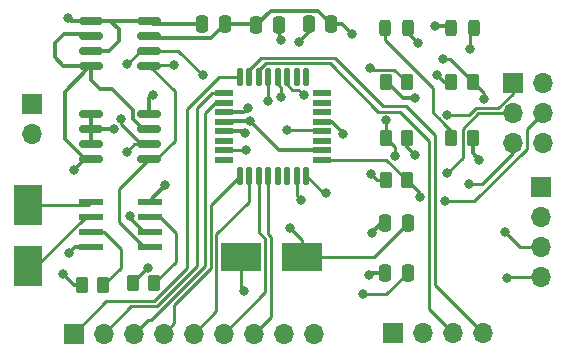
<source format=gtl>
%TF.GenerationSoftware,KiCad,Pcbnew,7.0.5*%
%TF.CreationDate,2024-03-10T01:27:25+05:30*%
%TF.ProjectId,mcu datalogger,6d637520-6461-4746-916c-6f676765722e,1*%
%TF.SameCoordinates,Original*%
%TF.FileFunction,Copper,L1,Top*%
%TF.FilePolarity,Positive*%
%FSLAX46Y46*%
G04 Gerber Fmt 4.6, Leading zero omitted, Abs format (unit mm)*
G04 Created by KiCad (PCBNEW 7.0.5) date 2024-03-10 01:27:25*
%MOMM*%
%LPD*%
G01*
G04 APERTURE LIST*
G04 Aperture macros list*
%AMRoundRect*
0 Rectangle with rounded corners*
0 $1 Rounding radius*
0 $2 $3 $4 $5 $6 $7 $8 $9 X,Y pos of 4 corners*
0 Add a 4 corners polygon primitive as box body*
4,1,4,$2,$3,$4,$5,$6,$7,$8,$9,$2,$3,0*
0 Add four circle primitives for the rounded corners*
1,1,$1+$1,$2,$3*
1,1,$1+$1,$4,$5*
1,1,$1+$1,$6,$7*
1,1,$1+$1,$8,$9*
0 Add four rect primitives between the rounded corners*
20,1,$1+$1,$2,$3,$4,$5,0*
20,1,$1+$1,$4,$5,$6,$7,0*
20,1,$1+$1,$6,$7,$8,$9,0*
20,1,$1+$1,$8,$9,$2,$3,0*%
G04 Aperture macros list end*
%TA.AperFunction,SMDPad,CuDef*%
%ADD10RoundRect,0.250000X-0.262500X-0.450000X0.262500X-0.450000X0.262500X0.450000X-0.262500X0.450000X0*%
%TD*%
%TA.AperFunction,SMDPad,CuDef*%
%ADD11RoundRect,0.150000X-0.825000X-0.150000X0.825000X-0.150000X0.825000X0.150000X-0.825000X0.150000X0*%
%TD*%
%TA.AperFunction,SMDPad,CuDef*%
%ADD12R,3.500000X2.400000*%
%TD*%
%TA.AperFunction,SMDPad,CuDef*%
%ADD13RoundRect,0.038500X-0.696500X-0.236500X0.696500X-0.236500X0.696500X0.236500X-0.696500X0.236500X0*%
%TD*%
%TA.AperFunction,SMDPad,CuDef*%
%ADD14RoundRect,0.099000X-0.176000X-0.636000X0.176000X-0.636000X0.176000X0.636000X-0.176000X0.636000X0*%
%TD*%
%TA.AperFunction,SMDPad,CuDef*%
%ADD15RoundRect,0.250000X-0.250000X-0.475000X0.250000X-0.475000X0.250000X0.475000X-0.250000X0.475000X0*%
%TD*%
%TA.AperFunction,SMDPad,CuDef*%
%ADD16RoundRect,0.041300X-0.943700X-0.253700X0.943700X-0.253700X0.943700X0.253700X-0.943700X0.253700X0*%
%TD*%
%TA.AperFunction,ComponentPad*%
%ADD17R,1.700000X1.700000*%
%TD*%
%TA.AperFunction,ComponentPad*%
%ADD18O,1.700000X1.700000*%
%TD*%
%TA.AperFunction,SMDPad,CuDef*%
%ADD19R,2.400000X3.500000*%
%TD*%
%TA.AperFunction,SMDPad,CuDef*%
%ADD20RoundRect,0.243750X-0.243750X-0.456250X0.243750X-0.456250X0.243750X0.456250X-0.243750X0.456250X0*%
%TD*%
%TA.AperFunction,ViaPad*%
%ADD21C,0.800000*%
%TD*%
%TA.AperFunction,Conductor*%
%ADD22C,0.250000*%
%TD*%
%TA.AperFunction,Conductor*%
%ADD23C,0.350000*%
%TD*%
G04 APERTURE END LIST*
D10*
%TO.P,R3,1*%
%TO.N,/Vcc*%
X110434700Y-90775200D03*
%TO.P,R3,2*%
%TO.N,Net-(U2-~{INTA})*%
X112259700Y-90775200D03*
%TD*%
D11*
%TO.P,U3,1,A0*%
%TO.N,/Vcc*%
X111223200Y-68372400D03*
%TO.P,U3,2,A1*%
%TO.N,GND*%
X111223200Y-69642400D03*
%TO.P,U3,3,A2*%
%TO.N,/Vcc*%
X111223200Y-70912400D03*
%TO.P,U3,4,GND*%
%TO.N,GND*%
X111223200Y-72182400D03*
%TO.P,U3,5,SDA*%
%TO.N,/SDA*%
X116173200Y-72182400D03*
%TO.P,U3,6,SCL*%
%TO.N,/SCL*%
X116173200Y-70912400D03*
%TO.P,U3,7,WP*%
%TO.N,GND*%
X116173200Y-69642400D03*
%TO.P,U3,8,VCC*%
%TO.N,/Vcc*%
X116173200Y-68372400D03*
%TD*%
D12*
%TO.P,Y2,1,1*%
%TO.N,Net-(U4-PB7)*%
X123927200Y-88362200D03*
%TO.P,Y2,2,2*%
%TO.N,Net-(U4-PB6)*%
X129127200Y-88362200D03*
%TD*%
D10*
%TO.P,R4,1*%
%TO.N,/Vcc*%
X114752700Y-90622800D03*
%TO.P,R4,2*%
%TO.N,Net-(U2-SQW{slash}~INT)*%
X116577700Y-90622800D03*
%TD*%
D13*
%TO.P,U4,1,PD3*%
%TO.N,/D3*%
X122468000Y-74538600D03*
%TO.P,U4,2,PD4*%
%TO.N,/D4*%
X122468000Y-75338600D03*
%TO.P,U4,3,GND*%
%TO.N,GND*%
X122468000Y-76138600D03*
%TO.P,U4,4,VCC*%
%TO.N,/Vcc*%
X122468000Y-76938600D03*
%TO.P,U4,5,GND*%
%TO.N,GND*%
X122468000Y-77738600D03*
%TO.P,U4,6,VCC*%
%TO.N,unconnected-(U4-VCC-Pad6)*%
X122468000Y-78538600D03*
%TO.P,U4,7,PB6*%
%TO.N,Net-(U4-PB6)*%
X122468000Y-79338600D03*
%TO.P,U4,8,PB7*%
%TO.N,Net-(U4-PB7)*%
X122468000Y-80138600D03*
D14*
%TO.P,U4,9,PD5*%
%TO.N,/D5*%
X123838000Y-81508600D03*
%TO.P,U4,10,PD6*%
%TO.N,/D6*%
X124638000Y-81508600D03*
%TO.P,U4,11,PD7*%
%TO.N,/D7*%
X125438000Y-81508600D03*
%TO.P,U4,12,PB0*%
%TO.N,/D8*%
X126238000Y-81508600D03*
%TO.P,U4,13,PB1*%
%TO.N,unconnected-(U4-PB1-Pad13)*%
X127038000Y-81508600D03*
%TO.P,U4,14,PB2*%
%TO.N,unconnected-(U4-PB2-Pad14)*%
X127838000Y-81508600D03*
%TO.P,U4,15,PB3*%
%TO.N,/MOSI*%
X128638000Y-81508600D03*
%TO.P,U4,16,PB4*%
%TO.N,/MISO*%
X129438000Y-81508600D03*
D13*
%TO.P,U4,17,PB5*%
%TO.N,/SCK*%
X130808000Y-80138600D03*
%TO.P,U4,18,AVCC*%
%TO.N,/Vcc*%
X130808000Y-79338600D03*
%TO.P,U4,19,ADC6*%
%TO.N,unconnected-(U4-ADC6-Pad19)*%
X130808000Y-78538600D03*
%TO.P,U4,20,AREF*%
%TO.N,Net-(U4-AREF)*%
X130808000Y-77738600D03*
%TO.P,U4,21,GND*%
%TO.N,GND*%
X130808000Y-76938600D03*
%TO.P,U4,22,ADC7*%
%TO.N,unconnected-(U4-ADC7-Pad22)*%
X130808000Y-76138600D03*
%TO.P,U4,23,PC0*%
%TO.N,unconnected-(U4-PC0-Pad23)*%
X130808000Y-75338600D03*
%TO.P,U4,24,PC1*%
%TO.N,unconnected-(U4-PC1-Pad24)*%
X130808000Y-74538600D03*
D14*
%TO.P,U4,25,PC2*%
%TO.N,unconnected-(U4-PC2-Pad25)*%
X129438000Y-73168600D03*
%TO.P,U4,26,PC3*%
%TO.N,unconnected-(U4-PC3-Pad26)*%
X128638000Y-73168600D03*
%TO.P,U4,27,PC4*%
%TO.N,/SDA*%
X127838000Y-73168600D03*
%TO.P,U4,28,PC5*%
%TO.N,/SCL*%
X127038000Y-73168600D03*
%TO.P,U4,29,PC6/~{RESET}*%
%TO.N,/RST*%
X126238000Y-73168600D03*
%TO.P,U4,30,PD0*%
%TO.N,/RX*%
X125438000Y-73168600D03*
%TO.P,U4,31,PD1*%
%TO.N,/TX*%
X124638000Y-73168600D03*
%TO.P,U4,32,PD2*%
%TO.N,/D2*%
X123838000Y-73168600D03*
%TD*%
D15*
%TO.P,C3,1*%
%TO.N,GND*%
X136127400Y-89708400D03*
%TO.P,C3,2*%
%TO.N,Net-(U4-PB7)*%
X138027400Y-89708400D03*
%TD*%
D16*
%TO.P,U2,1,X1*%
%TO.N,Net-(U2-X1)*%
X111234400Y-83739400D03*
%TO.P,U2,2,X2*%
%TO.N,Net-(U2-X2)*%
X111234400Y-85009400D03*
%TO.P,U2,3,~{INTA}*%
%TO.N,Net-(U2-~{INTA})*%
X111234400Y-86279400D03*
%TO.P,U2,4,GND*%
%TO.N,GND*%
X111234400Y-87549400D03*
%TO.P,U2,5,SDA*%
%TO.N,/SDA*%
X116184400Y-87549400D03*
%TO.P,U2,6,SCL*%
%TO.N,/SCL*%
X116184400Y-86279400D03*
%TO.P,U2,7,SQW/~INT*%
%TO.N,Net-(U2-SQW{slash}~INT)*%
X116184400Y-85009400D03*
%TO.P,U2,8,VCC*%
%TO.N,/Vcc*%
X116184400Y-83739400D03*
%TD*%
D10*
%TO.P,R7,1*%
%TO.N,Net-(D2-K)*%
X141751000Y-78278400D03*
%TO.P,R7,2*%
%TO.N,GND*%
X143576000Y-78278400D03*
%TD*%
D17*
%TO.P,J1,1,Pin_1*%
%TO.N,GND*%
X149326600Y-82448400D03*
D18*
%TO.P,J1,2,Pin_2*%
%TO.N,/Vcc*%
X149326600Y-84988400D03*
%TO.P,J1,3,Pin_3*%
%TO.N,/SDA*%
X149326600Y-87528400D03*
%TO.P,J1,4,Pin_4*%
%TO.N,/SCL*%
X149326600Y-90068400D03*
%TD*%
D17*
%TO.P,J2,1,Pin_1*%
%TO.N,/D2*%
X109778800Y-94869000D03*
D18*
%TO.P,J2,2,Pin_2*%
%TO.N,/D3*%
X112318800Y-94869000D03*
%TO.P,J2,3,Pin_3*%
%TO.N,/D4*%
X114858800Y-94869000D03*
%TO.P,J2,4,Pin_4*%
%TO.N,/D5*%
X117398800Y-94869000D03*
%TO.P,J2,5,Pin_5*%
%TO.N,/D6*%
X119938800Y-94869000D03*
%TO.P,J2,6,Pin_6*%
%TO.N,/D7*%
X122478800Y-94869000D03*
%TO.P,J2,7,Pin_7*%
%TO.N,/D8*%
X125018800Y-94869000D03*
%TO.P,J2,8,Pin_8*%
%TO.N,GND*%
X127558800Y-94869000D03*
%TO.P,J2,9,Pin_9*%
%TO.N,/Vcc*%
X130098800Y-94869000D03*
%TD*%
D17*
%TO.P,J3,1,Pin_1*%
%TO.N,GND*%
X136804400Y-94843600D03*
D18*
%TO.P,J3,2,Pin_2*%
%TO.N,/Vcc*%
X139344400Y-94843600D03*
%TO.P,J3,3,Pin_3*%
%TO.N,/RX*%
X141884400Y-94843600D03*
%TO.P,J3,4,Pin_4*%
%TO.N,/TX*%
X144424400Y-94843600D03*
%TD*%
D17*
%TO.P,J4,1,Pin_1*%
%TO.N,/MISO*%
X146939000Y-73685400D03*
D18*
%TO.P,J4,2,Pin_2*%
%TO.N,/Vcc*%
X149479000Y-73685400D03*
%TO.P,J4,3,Pin_3*%
%TO.N,/SCK*%
X146939000Y-76225400D03*
%TO.P,J4,4,Pin_4*%
%TO.N,/MOSI*%
X149479000Y-76225400D03*
%TO.P,J4,5,Pin_5*%
%TO.N,/RST*%
X146939000Y-78765400D03*
%TO.P,J4,6,Pin_6*%
%TO.N,GND*%
X149479000Y-78765400D03*
%TD*%
D15*
%TO.P,C1,1*%
%TO.N,/Vcc*%
X129675800Y-68677200D03*
%TO.P,C1,2*%
%TO.N,GND*%
X131575800Y-68677200D03*
%TD*%
D17*
%TO.P,BT1,1,+*%
%TO.N,/Vcc*%
X106197400Y-75407600D03*
D18*
%TO.P,BT1,2,-*%
%TO.N,GND*%
X106197400Y-77947600D03*
%TD*%
D10*
%TO.P,R1,1*%
%TO.N,/Vcc*%
X136164900Y-73604800D03*
%TO.P,R1,2*%
%TO.N,/SCL*%
X137989900Y-73604800D03*
%TD*%
D15*
%TO.P,C4,1*%
%TO.N,GND*%
X125230800Y-68728000D03*
%TO.P,C4,2*%
%TO.N,Net-(U4-AREF)*%
X127130800Y-68728000D03*
%TD*%
D19*
%TO.P,Y1,1,1*%
%TO.N,Net-(U2-X2)*%
X105867200Y-89188600D03*
%TO.P,Y1,2,2*%
%TO.N,Net-(U2-X1)*%
X105867200Y-83988600D03*
%TD*%
D10*
%TO.P,R2,1*%
%TO.N,/Vcc*%
X141751000Y-73528600D03*
%TO.P,R2,2*%
%TO.N,/SDA*%
X143576000Y-73528600D03*
%TD*%
D20*
%TO.P,D1,1,K*%
%TO.N,GND*%
X141746000Y-69032800D03*
%TO.P,D1,2,A*%
%TO.N,Net-(D1-A)*%
X143621000Y-69032800D03*
%TD*%
D10*
%TO.P,R6,1*%
%TO.N,/RST*%
X136164900Y-78278400D03*
%TO.P,R6,2*%
%TO.N,/Vcc*%
X137989900Y-78278400D03*
%TD*%
D15*
%TO.P,C2,1*%
%TO.N,GND*%
X136127400Y-85542800D03*
%TO.P,C2,2*%
%TO.N,Net-(U4-PB6)*%
X138027400Y-85542800D03*
%TD*%
D11*
%TO.P,U1,1,A0*%
%TO.N,/Vcc*%
X111223200Y-76297200D03*
%TO.P,U1,2,A1*%
X111223200Y-77567200D03*
%TO.P,U1,3,A2*%
X111223200Y-78837200D03*
%TO.P,U1,4,GND*%
%TO.N,GND*%
X111223200Y-80107200D03*
%TO.P,U1,5,SDA*%
%TO.N,/SDA*%
X116173200Y-80107200D03*
%TO.P,U1,6,SCL*%
%TO.N,/SCL*%
X116173200Y-78837200D03*
%TO.P,U1,7,WP*%
%TO.N,GND*%
X116173200Y-77567200D03*
%TO.P,U1,8,VCC*%
%TO.N,/Vcc*%
X116173200Y-76297200D03*
%TD*%
D20*
%TO.P,D2,1,K*%
%TO.N,Net-(D2-K)*%
X136159900Y-69032800D03*
%TO.P,D2,2,A*%
%TO.N,/Vcc*%
X138034900Y-69032800D03*
%TD*%
D10*
%TO.P,R5,1*%
%TO.N,Net-(D1-A)*%
X136164900Y-81885200D03*
%TO.P,R5,2*%
%TO.N,/SCK*%
X137989900Y-81885200D03*
%TD*%
D15*
%TO.P,C5,1*%
%TO.N,/Vcc*%
X120633400Y-68677200D03*
%TO.P,C5,2*%
%TO.N,GND*%
X122533400Y-68677200D03*
%TD*%
D21*
%TO.N,/SCL*%
X113805500Y-76663000D03*
X114313500Y-72065600D03*
%TO.N,/Vcc*%
X128867700Y-70160600D03*
X109309700Y-68154000D03*
X140500900Y-72954600D03*
X116015300Y-89286800D03*
X108827100Y-89794800D03*
X117488500Y-82327200D03*
X138900700Y-70287600D03*
X138621300Y-74910400D03*
X138621300Y-79711000D03*
%TO.N,GND*%
X124295700Y-77907600D03*
%TO.N,/Vcc*%
X124702100Y-76866200D03*
X116472500Y-74656400D03*
X113145100Y-77552000D03*
%TO.N,GND*%
X144107700Y-80142800D03*
X124524300Y-75799400D03*
X132576100Y-77933000D03*
X134989100Y-86315000D03*
X134735100Y-89871000D03*
X140373900Y-68789000D03*
X133312700Y-69474800D03*
X109817700Y-81006400D03*
X109335100Y-88067600D03*
%TO.N,/SCL*%
X114516700Y-84892600D03*
X114262700Y-79482400D03*
X120688900Y-73005400D03*
X127318300Y-74859600D03*
%TO.N,/SDA*%
X118250500Y-72141800D03*
%TO.N,/SCL*%
X146469900Y-90201200D03*
X134887500Y-72421200D03*
%TO.N,/SDA*%
X129223300Y-74707200D03*
X141059700Y-71583000D03*
X144514100Y-74986600D03*
X146292100Y-86289600D03*
%TO.N,Net-(D1-A)*%
X143320300Y-70770200D03*
X134912900Y-81387400D03*
%TO.N,/MISO*%
X131102900Y-82987600D03*
X141389900Y-76358200D03*
%TO.N,/MOSI*%
X128994700Y-83521000D03*
X141237500Y-83673400D03*
%TO.N,/SCK*%
X139053100Y-83267000D03*
X141364500Y-81285800D03*
%TO.N,Net-(U4-PB6)*%
X128105700Y-85908600D03*
X124371900Y-79355400D03*
%TO.N,Net-(U4-AREF)*%
X127800900Y-77653600D03*
X127292900Y-69982800D03*
%TO.N,/RST*%
X136944900Y-79838000D03*
X143269500Y-82174800D03*
X126187200Y-75209400D03*
X136194800Y-76809600D03*
%TO.N,Net-(U4-PB7)*%
X124155200Y-91236800D03*
X134289800Y-91490800D03*
%TD*%
D22*
%TO.N,/SCL*%
X113805500Y-77145600D02*
X115497100Y-78837200D01*
X115497100Y-78837200D02*
X115725738Y-78837200D01*
X113805500Y-76663000D02*
X113805500Y-77145600D01*
D23*
%TO.N,/Vcc*%
X113576900Y-69109000D02*
X112840300Y-68372400D01*
X112748900Y-70912400D02*
X113576900Y-70084400D01*
X113576900Y-70084400D02*
X113576900Y-69109000D01*
X111223200Y-70912400D02*
X112748900Y-70912400D01*
X116173200Y-68372400D02*
X111223200Y-68372400D01*
D22*
%TO.N,/SCL*%
X115441300Y-70912400D02*
X114313500Y-72040200D01*
X116173200Y-70912400D02*
X115441300Y-70912400D01*
D23*
%TO.N,GND*%
X111223200Y-73420300D02*
X111223200Y-72182400D01*
X111976700Y-74173800D02*
X111223200Y-73420300D01*
X114773200Y-75979700D02*
X112967300Y-74173800D01*
X114773200Y-76685373D02*
X114773200Y-75979700D01*
X112967300Y-74173800D02*
X111976700Y-74173800D01*
X115655027Y-77567200D02*
X114773200Y-76685373D01*
X116173200Y-77567200D02*
X115655027Y-77567200D01*
%TO.N,/Vcc*%
X129675800Y-69352500D02*
X128867700Y-70160600D01*
X129675800Y-68677200D02*
X129675800Y-69352500D01*
X109528100Y-68372400D02*
X109309700Y-68154000D01*
X111223200Y-68372400D02*
X109528100Y-68372400D01*
X120633400Y-68677200D02*
X116478000Y-68677200D01*
X116478000Y-68677200D02*
X116173200Y-68372400D01*
X141074900Y-73528600D02*
X140500900Y-72954600D01*
X141751000Y-73528600D02*
X141074900Y-73528600D01*
X114752700Y-90549400D02*
X116015300Y-89286800D01*
X114752700Y-90622800D02*
X114752700Y-90549400D01*
X109807500Y-90775200D02*
X108827100Y-89794800D01*
X110434700Y-90775200D02*
X109807500Y-90775200D01*
X116184400Y-83631300D02*
X117488500Y-82327200D01*
X116184400Y-83739400D02*
X116184400Y-83631300D01*
X138034900Y-69421800D02*
X138900700Y-70287600D01*
X138034900Y-69032800D02*
X138034900Y-69421800D01*
X138621300Y-74910400D02*
X138468900Y-74910400D01*
X136322806Y-73604800D02*
X137628406Y-74910400D01*
X137628406Y-74910400D02*
X138621300Y-74910400D01*
X136164900Y-73604800D02*
X136322806Y-73604800D01*
D22*
%TO.N,Net-(D2-K)*%
X136159900Y-69985200D02*
X136159900Y-69032800D01*
X140221500Y-76205800D02*
X140221500Y-74046800D01*
X140664900Y-76649200D02*
X140221500Y-76205800D01*
X140221500Y-74046800D02*
X136159900Y-69985200D01*
X140664900Y-76658505D02*
X140664900Y-76649200D01*
X141098900Y-77083200D02*
X141089595Y-77083200D01*
X141751000Y-77735300D02*
X141098900Y-77083200D01*
X141089595Y-77083200D02*
X140664900Y-76658505D01*
X141751000Y-78278400D02*
X141751000Y-77735300D01*
D23*
%TO.N,/Vcc*%
X137989900Y-79079600D02*
X138621300Y-79711000D01*
X137989900Y-78278400D02*
X137989900Y-79079600D01*
X127174500Y-79338600D02*
X130808000Y-79338600D01*
X124702100Y-76866200D02*
X127174500Y-79338600D01*
%TO.N,GND*%
X124126700Y-77738600D02*
X124295700Y-77907600D01*
X122468000Y-77738600D02*
X124126700Y-77738600D01*
%TO.N,/Vcc*%
X123256488Y-76938600D02*
X122468000Y-76938600D01*
X123328888Y-76866200D02*
X123256488Y-76938600D01*
X124702100Y-76866200D02*
X123328888Y-76866200D01*
%TO.N,GND*%
X124185100Y-76138600D02*
X122468000Y-76138600D01*
X124321100Y-76002600D02*
X124524300Y-75799400D01*
X124524300Y-75799400D02*
X124185100Y-76138600D01*
%TO.N,/Vcc*%
X116173200Y-74955700D02*
X116472500Y-74656400D01*
X116173200Y-76297200D02*
X116173200Y-74955700D01*
X113145100Y-77552000D02*
X112865700Y-77577400D01*
X112855500Y-77567200D02*
X113145100Y-77552000D01*
X111223200Y-77567200D02*
X112855500Y-77567200D01*
X111223200Y-77567200D02*
X111223200Y-76297200D01*
X111223200Y-78837200D02*
X111223200Y-77567200D01*
%TO.N,GND*%
X143576000Y-79611100D02*
X144107700Y-80142800D01*
X143576000Y-78278400D02*
X143576000Y-79611100D01*
D22*
%TO.N,/RST*%
X146939000Y-79597500D02*
X146939000Y-78765400D01*
X144361700Y-82174800D02*
X146939000Y-79597500D01*
X143269500Y-82174800D02*
X144361700Y-82174800D01*
D23*
%TO.N,GND*%
X132576100Y-77918212D02*
X132576100Y-77933000D01*
X131596488Y-76938600D02*
X132576100Y-77918212D01*
X130808000Y-76938600D02*
X131596488Y-76938600D01*
X135761300Y-85542800D02*
X134989100Y-86315000D01*
X136127400Y-85542800D02*
X135761300Y-85542800D01*
X134897700Y-89708400D02*
X134735100Y-89871000D01*
X136127400Y-89708400D02*
X134897700Y-89708400D01*
X149479000Y-82296000D02*
X149326600Y-82448400D01*
X141502200Y-68789000D02*
X140373900Y-68789000D01*
X141746000Y-69032800D02*
X141502200Y-68789000D01*
X132515100Y-68677200D02*
X133312700Y-69474800D01*
X131575800Y-68677200D02*
X132515100Y-68677200D01*
X110716900Y-80107200D02*
X109817700Y-81006400D01*
X111223200Y-80107200D02*
X110716900Y-80107200D01*
X126431600Y-67527200D02*
X130425800Y-67527200D01*
X130425800Y-67527200D02*
X131575800Y-68677200D01*
X125230800Y-68728000D02*
X126431600Y-67527200D01*
X125180000Y-68677200D02*
X125230800Y-68728000D01*
X122533400Y-68677200D02*
X125180000Y-68677200D01*
X121383400Y-69827200D02*
X122533400Y-68677200D01*
X116358000Y-69827200D02*
X121383400Y-69827200D01*
X116173200Y-69642400D02*
X116358000Y-69827200D01*
X108842300Y-72182400D02*
X111223200Y-72182400D01*
X108141300Y-71481400D02*
X108842300Y-72182400D01*
X108903300Y-69525600D02*
X108141300Y-70287600D01*
X108141300Y-70287600D02*
X108141300Y-71481400D01*
X111106400Y-69525600D02*
X108903300Y-69525600D01*
X111223200Y-69642400D02*
X111106400Y-69525600D01*
X110896350Y-72509250D02*
X111223200Y-72182400D01*
X109030300Y-74375300D02*
X110896350Y-72509250D01*
X109030300Y-78432473D02*
X109030300Y-74375300D01*
X110705027Y-80107200D02*
X109030300Y-78432473D01*
X111223200Y-80107200D02*
X110705027Y-80107200D01*
D22*
%TO.N,/SDA*%
X116173200Y-72182400D02*
X118301300Y-74310500D01*
X118301300Y-78542600D02*
X116736700Y-80107200D01*
X118301300Y-74310500D02*
X118301300Y-78542600D01*
X116736700Y-80107200D02*
X116173200Y-80107200D01*
%TO.N,/SCL*%
X116173200Y-78837200D02*
X114907900Y-78837200D01*
X114907900Y-78837200D02*
X114262700Y-79482400D01*
D23*
%TO.N,GND*%
X109853300Y-87549400D02*
X109335100Y-88067600D01*
X111234400Y-87549400D02*
X109853300Y-87549400D01*
D22*
%TO.N,/SCL*%
X115738974Y-86279400D02*
X116184400Y-86279400D01*
X114516700Y-85057126D02*
X115738974Y-86279400D01*
X118595900Y-70912400D02*
X116173200Y-70912400D01*
X120688900Y-73005400D02*
X118595900Y-70912400D01*
X127318300Y-74060527D02*
X127318300Y-74859600D01*
X127038000Y-73780227D02*
X127318300Y-74060527D01*
X127038000Y-73168600D02*
X127038000Y-73780227D01*
%TO.N,/SDA*%
X128286373Y-74228600D02*
X127838000Y-73780227D01*
X128744700Y-74228600D02*
X128286373Y-74228600D01*
X127838000Y-73780227D02*
X127838000Y-73168600D01*
X129223300Y-74707200D02*
X128744700Y-74228600D01*
X115738974Y-87549400D02*
X116184400Y-87549400D01*
X113627700Y-82652700D02*
X113627700Y-85438126D01*
X113627700Y-85438126D02*
X115738974Y-87549400D01*
X116173200Y-80107200D02*
X113627700Y-82652700D01*
X116213800Y-72141800D02*
X116173200Y-72182400D01*
X118250500Y-72141800D02*
X116213800Y-72141800D01*
%TO.N,/SCL*%
X146602700Y-90068400D02*
X149326600Y-90068400D01*
X146469900Y-90201200D02*
X146602700Y-90068400D01*
X134887500Y-72268800D02*
X134912900Y-72294200D01*
X134887500Y-72421200D02*
X134887500Y-72268800D01*
X135039900Y-72421200D02*
X134887500Y-72421200D01*
X135148500Y-72529800D02*
X135039900Y-72421200D01*
X136914900Y-72529800D02*
X135148500Y-72529800D01*
X137989900Y-73604800D02*
X136914900Y-72529800D01*
%TO.N,/RX*%
X131445000Y-71983600D02*
X126011373Y-71983600D01*
X135546000Y-76084600D02*
X131445000Y-71983600D01*
X137392483Y-76084600D02*
X135546000Y-76084600D01*
X139840500Y-78532617D02*
X137392483Y-76084600D01*
X139840500Y-92799700D02*
X139840500Y-78532617D01*
X126011373Y-71983600D02*
X125438000Y-72556973D01*
X125438000Y-72556973D02*
X125438000Y-73168600D01*
X141884400Y-94843600D02*
X139840500Y-92799700D01*
%TO.N,/SDA*%
X141630400Y-71583000D02*
X141059700Y-71583000D01*
X143576000Y-73528600D02*
X141630400Y-71583000D01*
X144514100Y-74986600D02*
X144514100Y-74466700D01*
X144514100Y-74466700D02*
X143576000Y-73528600D01*
X147530900Y-87528400D02*
X146292100Y-86289600D01*
X149326600Y-87528400D02*
X147530900Y-87528400D01*
%TO.N,/MISO*%
X143846221Y-75775400D02*
X143263421Y-76358200D01*
X143263421Y-76358200D02*
X141389900Y-76358200D01*
X145727299Y-75775400D02*
X143846221Y-75775400D01*
X146939000Y-74563699D02*
X145727299Y-75775400D01*
X146939000Y-73685400D02*
X146939000Y-74563699D01*
%TO.N,Net-(D1-A)*%
X143320300Y-69333500D02*
X143621000Y-69032800D01*
X143320300Y-70770200D02*
X143320300Y-69333500D01*
X135410700Y-81885200D02*
X134912900Y-81387400D01*
X136164900Y-81885200D02*
X135410700Y-81885200D01*
%TO.N,/MISO*%
X130917000Y-82987600D02*
X129438000Y-81508600D01*
X131102900Y-82987600D02*
X130917000Y-82987600D01*
%TO.N,/MOSI*%
X128638000Y-83164300D02*
X128638000Y-81508600D01*
X128994700Y-83521000D02*
X128638000Y-83164300D01*
X143692701Y-83673400D02*
X141237500Y-83673400D01*
X148114000Y-79252101D02*
X143692701Y-83673400D01*
X148114000Y-77590400D02*
X148114000Y-79252101D01*
X149479000Y-76225400D02*
X148114000Y-77590400D01*
%TO.N,/SCK*%
X137966795Y-81885200D02*
X136220195Y-80138600D01*
X136220195Y-80138600D02*
X130808000Y-80138600D01*
X137989900Y-81885200D02*
X137966795Y-81885200D01*
X139053100Y-83267000D02*
X139053100Y-82948400D01*
X139053100Y-82948400D02*
X137989900Y-81885200D01*
X142688500Y-79961800D02*
X141364500Y-81285800D01*
X142688500Y-77569517D02*
X142688500Y-79961800D01*
X144032617Y-76225400D02*
X142688500Y-77569517D01*
X146939000Y-76225400D02*
X144032617Y-76225400D01*
%TO.N,Net-(U4-PB6)*%
X129127200Y-86930100D02*
X129127200Y-88362200D01*
X128105700Y-85908600D02*
X129127200Y-86930100D01*
X122484800Y-79355400D02*
X124371900Y-79355400D01*
X122468000Y-79338600D02*
X122484800Y-79355400D01*
%TO.N,/D2*%
X122075100Y-73168600D02*
X123838000Y-73168600D01*
X119380000Y-89346173D02*
X119380000Y-75863700D01*
X116600373Y-92125800D02*
X119380000Y-89346173D01*
X109778800Y-94869000D02*
X112522000Y-92125800D01*
X112522000Y-92125800D02*
X116600373Y-92125800D01*
X119380000Y-75863700D02*
X122075100Y-73168600D01*
%TO.N,Net-(U4-AREF)*%
X130723000Y-77653600D02*
X130808000Y-77738600D01*
X127800900Y-77653600D02*
X130723000Y-77653600D01*
X127130800Y-69820700D02*
X127292900Y-69982800D01*
X127130800Y-68728000D02*
X127130800Y-69820700D01*
%TO.N,Net-(U2-X1)*%
X110985200Y-83988600D02*
X105867200Y-83988600D01*
X111234400Y-83739400D02*
X110985200Y-83988600D01*
%TO.N,Net-(U2-X2)*%
X106609774Y-89188600D02*
X105867200Y-89188600D01*
X110788974Y-85009400D02*
X106609774Y-89188600D01*
X111234400Y-85009400D02*
X110788974Y-85009400D01*
%TO.N,Net-(U2-~{INTA})*%
X112322100Y-86279400D02*
X111234400Y-86279400D01*
X113754700Y-87712000D02*
X112322100Y-86279400D01*
X113754700Y-89280200D02*
X113754700Y-87712000D01*
X112259700Y-90775200D02*
X113754700Y-89280200D01*
%TO.N,Net-(U2-SQW{slash}~INT)*%
X118428300Y-86391200D02*
X117046500Y-85009400D01*
X118428300Y-88772200D02*
X118428300Y-86391200D01*
X116577700Y-90622800D02*
X118428300Y-88772200D01*
X117046500Y-85009400D02*
X116184400Y-85009400D01*
%TO.N,/RST*%
X136944900Y-79058400D02*
X136164900Y-78278400D01*
X136944900Y-79838000D02*
X136944900Y-79058400D01*
%TO.N,/TX*%
X125661373Y-71533600D02*
X124638000Y-72556973D01*
X135921200Y-75570800D02*
X131884000Y-71533600D01*
X137884700Y-75570800D02*
X135921200Y-75570800D01*
X131884000Y-71533600D02*
X125661373Y-71533600D01*
X124638000Y-72556973D02*
X124638000Y-73168600D01*
X140348500Y-78034600D02*
X137884700Y-75570800D01*
X140348500Y-90767700D02*
X140348500Y-78034600D01*
X144424400Y-94843600D02*
X140348500Y-90767700D01*
%TO.N,/RST*%
X126187200Y-73219400D02*
X126238000Y-73168600D01*
X126187200Y-75209400D02*
X126187200Y-73219400D01*
X136164900Y-76839500D02*
X136194800Y-76809600D01*
X136164900Y-78278400D02*
X136164900Y-76839500D01*
%TO.N,Net-(U4-PB7)*%
X123927200Y-91008800D02*
X123927200Y-88362200D01*
X124155200Y-91236800D02*
X123927200Y-91008800D01*
X136245000Y-91490800D02*
X134289800Y-91490800D01*
X138027400Y-89708400D02*
X136245000Y-91490800D01*
%TO.N,Net-(U4-PB6)*%
X135208000Y-88362200D02*
X138027400Y-85542800D01*
X129127200Y-88362200D02*
X135208000Y-88362200D01*
%TO.N,/D8*%
X126452200Y-86650804D02*
X126238000Y-86436604D01*
X126238000Y-86436604D02*
X126238000Y-81508600D01*
X126452200Y-93435600D02*
X126452200Y-86650804D01*
X125018800Y-94869000D02*
X126452200Y-93435600D01*
%TO.N,/D7*%
X125438000Y-86273000D02*
X125438000Y-81508600D01*
X126002200Y-86837200D02*
X125438000Y-86273000D01*
X126002200Y-91345600D02*
X126002200Y-86837200D01*
X122478800Y-94869000D02*
X126002200Y-91345600D01*
%TO.N,/D6*%
X124638000Y-83692800D02*
X124638000Y-81508600D01*
X121852200Y-92955600D02*
X121852200Y-86478600D01*
X119938800Y-94869000D02*
X121852200Y-92955600D01*
X121852200Y-86478600D02*
X124638000Y-83692800D01*
%TO.N,/D5*%
X121386600Y-83947000D02*
X123825000Y-81508600D01*
X121386600Y-89331800D02*
X121386600Y-83947000D01*
X118262400Y-94005400D02*
X118262400Y-92456000D01*
X117398800Y-94869000D02*
X118262400Y-94005400D01*
X118262400Y-92456000D02*
X121386600Y-89331800D01*
X123825000Y-81508600D02*
X123838000Y-81508600D01*
%TO.N,/D4*%
X121750223Y-75338600D02*
X122468000Y-75338600D01*
X120853200Y-76235623D02*
X121750223Y-75338600D01*
X120853200Y-89145765D02*
X120853200Y-76235623D01*
X116304965Y-93694000D02*
X120853200Y-89145765D01*
X116033800Y-93694000D02*
X116304965Y-93694000D01*
X114858800Y-94869000D02*
X116033800Y-93694000D01*
%TO.N,/D3*%
X121447800Y-74538600D02*
X122468000Y-74538600D01*
X120192800Y-75793600D02*
X121447800Y-74538600D01*
X120192800Y-89169769D02*
X120192800Y-75793600D01*
X116786769Y-92575800D02*
X120192800Y-89169769D01*
X114612000Y-92575800D02*
X116786769Y-92575800D01*
X112318800Y-94869000D02*
X114612000Y-92575800D01*
%TD*%
M02*

</source>
